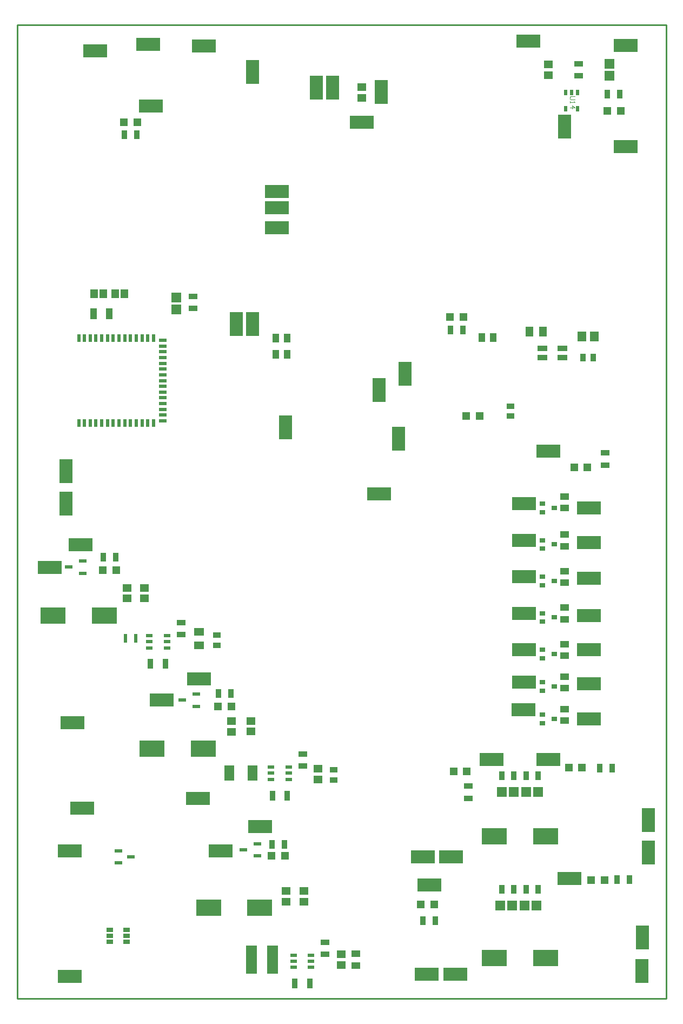
<source format=gtp>
G04*
G04 #@! TF.GenerationSoftware,Altium Limited,Altium Designer,22.6.1 (34)*
G04*
G04 Layer_Color=8421504*
%FSLAX25Y25*%
%MOIN*%
G70*
G04*
G04 #@! TF.SameCoordinates,26821394-4C13-4CD4-A4B4-11F4951342BE*
G04*
G04*
G04 #@! TF.FilePolarity,Positive*
G04*
G01*
G75*
%ADD12C,0.01000*%
%ADD16C,0.00236*%
%ADD17R,0.07992X0.14961*%
%ADD18R,0.05906X0.03543*%
%ADD19R,0.03740X0.05709*%
%ADD20R,0.04724X0.02362*%
%ADD21R,0.05315X0.06102*%
%ADD22R,0.03378X0.04969*%
%ADD23R,0.04921X0.06102*%
%ADD24R,0.14961X0.07992*%
%ADD25R,0.15748X0.09843*%
%ADD26R,0.04969X0.03182*%
%ADD27R,0.03765X0.06127*%
%ADD28R,0.05000X0.02402*%
%ADD29R,0.02402X0.05000*%
%ADD30R,0.03543X0.02756*%
%ADD31R,0.04724X0.04724*%
%ADD32R,0.05709X0.03740*%
%ADD33R,0.05709X0.04528*%
%ADD34R,0.03937X0.05315*%
%ADD35R,0.03937X0.07087*%
%ADD36R,0.06102X0.05906*%
%ADD37R,0.05512X0.03740*%
%ADD38R,0.05938X0.04750*%
%ADD39R,0.03937X0.02362*%
%ADD40R,0.03937X0.02756*%
%ADD41R,0.05315X0.03937*%
%ADD42R,0.02362X0.05709*%
%ADD43R,0.05906X0.09449*%
%ADD44R,0.07087X0.17717*%
%ADD45R,0.04961X0.02402*%
%ADD46R,0.05733X0.04940*%
%ADD47R,0.05709X0.04134*%
%ADD48R,0.04528X0.05315*%
G04:AMPARAMS|DCode=49|XSize=21.65mil|YSize=31.5mil|CornerRadius=1.95mil|HoleSize=0mil|Usage=FLASHONLY|Rotation=0.000|XOffset=0mil|YOffset=0mil|HoleType=Round|Shape=RoundedRectangle|*
%AMROUNDEDRECTD49*
21,1,0.02165,0.02760,0,0,0.0*
21,1,0.01776,0.03150,0,0,0.0*
1,1,0.00390,0.00888,-0.01380*
1,1,0.00390,-0.00888,-0.01380*
1,1,0.00390,-0.00888,0.01380*
1,1,0.00390,0.00888,0.01380*
%
%ADD49ROUNDEDRECTD49*%
%ADD50R,0.05363X0.04743*%
%ADD51R,0.04969X0.03378*%
%ADD52R,0.05906X0.06102*%
%ADD53R,0.03740X0.05512*%
D12*
X100000Y100000D02*
Y700000D01*
X500000D01*
Y100000D02*
Y700000D01*
X100000Y100000D02*
X500000D01*
D16*
X443720Y656100D02*
X441221D01*
X440722Y655601D01*
Y654601D01*
X441221Y654101D01*
X443720D01*
X440722Y653101D02*
Y652102D01*
Y652601D01*
X443720D01*
X443221Y653101D01*
X440722Y649103D02*
X443720D01*
X442221Y650602D01*
Y648603D01*
D17*
X339000Y485000D02*
D03*
X323000Y475000D02*
D03*
X335000Y445000D02*
D03*
X265575Y452000D02*
D03*
X245000Y515835D02*
D03*
X235000Y515835D02*
D03*
X130000Y425000D02*
D03*
Y405000D02*
D03*
X245000Y671000D02*
D03*
X324519Y658847D02*
D03*
X284519Y661347D02*
D03*
X294519D02*
D03*
X437500Y637500D02*
D03*
X489000Y190000D02*
D03*
X485314Y137865D02*
D03*
X485000Y117000D02*
D03*
X489000Y210000D02*
D03*
D18*
X423898Y500795D02*
D03*
Y495215D02*
D03*
X436102Y500785D02*
D03*
Y495215D02*
D03*
D19*
X264839Y195000D02*
D03*
X257161D02*
D03*
X466839Y242000D02*
D03*
X459161D02*
D03*
X231839Y288000D02*
D03*
X224161D02*
D03*
X153161Y372000D02*
D03*
X160839D02*
D03*
X374839Y512000D02*
D03*
X367161D02*
D03*
X173839Y632500D02*
D03*
X166161D02*
D03*
X463661Y657500D02*
D03*
X471339D02*
D03*
X477503Y173500D02*
D03*
X469826D02*
D03*
X350161Y148000D02*
D03*
X357839D02*
D03*
D20*
X210331Y280260D02*
D03*
Y287740D02*
D03*
X201669Y284000D02*
D03*
X140331Y362260D02*
D03*
Y369740D02*
D03*
X131669Y366000D02*
D03*
X248000Y188000D02*
D03*
Y195480D02*
D03*
X239339Y191740D02*
D03*
D21*
X448161Y508000D02*
D03*
X455839D02*
D03*
D22*
X455059Y495000D02*
D03*
X448941D02*
D03*
D23*
X424035Y511000D02*
D03*
X415965D02*
D03*
D24*
X440500Y174000D02*
D03*
X211500Y223500D02*
D03*
X212000Y297000D02*
D03*
X189000Y284000D02*
D03*
X249865Y206193D02*
D03*
X120000Y365968D02*
D03*
X427500Y247500D02*
D03*
X392500D02*
D03*
X139000Y379969D02*
D03*
X225443Y191193D02*
D03*
X412000Y278000D02*
D03*
X412500Y295000D02*
D03*
Y315000D02*
D03*
Y337500D02*
D03*
Y360000D02*
D03*
Y382500D02*
D03*
Y405000D02*
D03*
X148000Y684000D02*
D03*
X134000Y270000D02*
D03*
X140000Y217500D02*
D03*
X260000Y575000D02*
D03*
Y587500D02*
D03*
Y597500D02*
D03*
X132382Y191240D02*
D03*
Y113740D02*
D03*
X323000Y411000D02*
D03*
X182500Y650000D02*
D03*
X312500Y640000D02*
D03*
X475000Y625000D02*
D03*
X415000Y690000D02*
D03*
X475000Y687500D02*
D03*
X352500Y115000D02*
D03*
X354000Y170000D02*
D03*
X215000Y687000D02*
D03*
X180752Y688000D02*
D03*
X427500Y437500D02*
D03*
X452500Y294065D02*
D03*
Y381016D02*
D03*
Y272500D02*
D03*
Y315000D02*
D03*
Y359295D02*
D03*
Y336134D02*
D03*
Y402500D02*
D03*
X350000Y187500D02*
D03*
X367500D02*
D03*
X370000Y115000D02*
D03*
D25*
X122252Y336243D02*
D03*
X153748D02*
D03*
X183252Y254160D02*
D03*
X214748D02*
D03*
X249613Y156198D02*
D03*
X218117D02*
D03*
X394252Y125000D02*
D03*
X425748D02*
D03*
Y200000D02*
D03*
X394252D02*
D03*
D26*
X223000Y317843D02*
D03*
Y324158D02*
D03*
X295226Y241158D02*
D03*
Y234842D02*
D03*
D27*
X191340Y306388D02*
D03*
X182088D02*
D03*
X266626Y225000D02*
D03*
X257374D02*
D03*
X271239Y109581D02*
D03*
X280491D02*
D03*
D28*
X189925Y456098D02*
D03*
Y459642D02*
D03*
Y463185D02*
D03*
Y466728D02*
D03*
Y470311D02*
D03*
Y473854D02*
D03*
Y477398D02*
D03*
Y480941D02*
D03*
Y484484D02*
D03*
Y488027D02*
D03*
Y491610D02*
D03*
Y495154D02*
D03*
Y498697D02*
D03*
Y502240D02*
D03*
Y505784D02*
D03*
D29*
X138000Y454882D02*
D03*
X141543D02*
D03*
X145087D02*
D03*
X148630D02*
D03*
X152213D02*
D03*
X155756D02*
D03*
X159299D02*
D03*
X162843D02*
D03*
X166386D02*
D03*
X169929D02*
D03*
X173512D02*
D03*
X177055D02*
D03*
X180598D02*
D03*
X184142D02*
D03*
Y507000D02*
D03*
X180598D02*
D03*
X177055D02*
D03*
X173512D02*
D03*
X169929D02*
D03*
X166386D02*
D03*
X162843D02*
D03*
X159299D02*
D03*
X155756D02*
D03*
X152213D02*
D03*
X148630D02*
D03*
X145087D02*
D03*
X141543D02*
D03*
X138000D02*
D03*
D30*
X431240Y292500D02*
D03*
X423760Y289941D02*
D03*
Y295059D02*
D03*
X431240Y312500D02*
D03*
X423760Y309941D02*
D03*
Y315059D02*
D03*
X431240Y357500D02*
D03*
X423760Y354941D02*
D03*
Y360059D02*
D03*
X431240Y380000D02*
D03*
X423760Y377441D02*
D03*
Y382559D02*
D03*
X431240Y402500D02*
D03*
X423760Y399941D02*
D03*
Y405059D02*
D03*
X431240Y272500D02*
D03*
X423760Y269941D02*
D03*
Y275059D02*
D03*
X431240Y335000D02*
D03*
X423760Y332441D02*
D03*
Y337559D02*
D03*
D31*
X369000Y240000D02*
D03*
X377268D02*
D03*
X453732Y173000D02*
D03*
X462000D02*
D03*
X448268Y242500D02*
D03*
X440000D02*
D03*
X451634Y427500D02*
D03*
X443366D02*
D03*
X385000Y459000D02*
D03*
X376732D02*
D03*
X223866Y280000D02*
D03*
X232134D02*
D03*
X161134Y364000D02*
D03*
X152866D02*
D03*
X265134Y188000D02*
D03*
X256866D02*
D03*
X366866Y520000D02*
D03*
X375134D02*
D03*
X165866Y640000D02*
D03*
X174134D02*
D03*
X463866Y647000D02*
D03*
X472134D02*
D03*
X357134Y158000D02*
D03*
X348866D02*
D03*
D32*
X378000Y231000D02*
D03*
Y223323D02*
D03*
X462500Y436339D02*
D03*
Y428661D02*
D03*
D33*
X312500Y661890D02*
D03*
Y655000D02*
D03*
X285564Y241926D02*
D03*
Y235036D02*
D03*
X299865Y120748D02*
D03*
Y127638D02*
D03*
D34*
X266618Y497000D02*
D03*
X259531D02*
D03*
X266618Y507000D02*
D03*
X259531D02*
D03*
X393543Y507500D02*
D03*
X386457D02*
D03*
D35*
X147000Y522000D02*
D03*
X156843D02*
D03*
D36*
X198075Y524913D02*
D03*
Y532000D02*
D03*
X465000Y676043D02*
D03*
Y668957D02*
D03*
D37*
X208575Y532772D02*
D03*
Y525488D02*
D03*
X201000Y324358D02*
D03*
Y331642D02*
D03*
X276000Y250642D02*
D03*
Y243358D02*
D03*
X289865Y127551D02*
D03*
Y134835D02*
D03*
X446161Y668858D02*
D03*
Y676142D02*
D03*
D38*
X212000Y317863D02*
D03*
Y326137D02*
D03*
D39*
X181587Y323740D02*
D03*
Y320000D02*
D03*
Y316260D02*
D03*
X192413D02*
D03*
Y320000D02*
D03*
Y323740D02*
D03*
X267413Y242740D02*
D03*
Y239000D02*
D03*
Y235260D02*
D03*
X256587D02*
D03*
Y239000D02*
D03*
Y242740D02*
D03*
X281278Y126933D02*
D03*
Y123193D02*
D03*
Y119453D02*
D03*
X270452D02*
D03*
Y123193D02*
D03*
Y126933D02*
D03*
D40*
X167500Y135000D02*
D03*
Y138740D02*
D03*
Y142480D02*
D03*
X157264D02*
D03*
Y138740D02*
D03*
Y135000D02*
D03*
D41*
X437500Y291457D02*
D03*
Y298543D02*
D03*
Y311457D02*
D03*
Y318543D02*
D03*
Y356457D02*
D03*
Y363543D02*
D03*
Y378957D02*
D03*
Y386043D02*
D03*
Y271457D02*
D03*
Y278543D02*
D03*
Y333957D02*
D03*
Y341043D02*
D03*
Y402500D02*
D03*
Y409587D02*
D03*
D42*
X173150Y322000D02*
D03*
X166850D02*
D03*
D43*
X230716Y239000D02*
D03*
X245284D02*
D03*
D44*
X244369Y124193D02*
D03*
X257361D02*
D03*
D45*
X170217Y187480D02*
D03*
X162382Y183740D02*
D03*
Y191220D02*
D03*
D46*
X178621Y353251D02*
D03*
Y346749D02*
D03*
X167950Y353251D02*
D03*
Y346749D02*
D03*
X244000Y264749D02*
D03*
Y271251D02*
D03*
X232262Y264498D02*
D03*
Y271000D02*
D03*
X276865Y166444D02*
D03*
Y159942D02*
D03*
X265865Y166444D02*
D03*
Y159942D02*
D03*
D47*
X308937Y127835D02*
D03*
Y120551D02*
D03*
D48*
X160575Y534500D02*
D03*
X166284D02*
D03*
X147366D02*
D03*
X153075D02*
D03*
D49*
X445462Y658620D02*
D03*
X441721D02*
D03*
X437981D02*
D03*
Y648581D02*
D03*
X445462D02*
D03*
D50*
X427500Y669150D02*
D03*
Y675849D02*
D03*
D51*
X404067Y459146D02*
D03*
Y465264D02*
D03*
D52*
X398957Y227500D02*
D03*
X406043D02*
D03*
X421043D02*
D03*
X413957D02*
D03*
X397913Y157500D02*
D03*
X405000D02*
D03*
X420000D02*
D03*
X412913D02*
D03*
D53*
X406142Y237500D02*
D03*
X398858D02*
D03*
X413858D02*
D03*
X421142D02*
D03*
X406142Y167500D02*
D03*
X398858D02*
D03*
X413858D02*
D03*
X421142D02*
D03*
M02*

</source>
